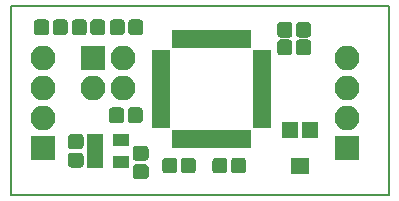
<source format=gts>
G04 #@! TF.GenerationSoftware,KiCad,Pcbnew,(5.0.0-dirty)*
G04 #@! TF.CreationDate,2020-09-03T12:08:13+09:00*
G04 #@! TF.ProjectId,fake-fan-mk2,66616B652D66616E2D6D6B322E6B6963,rev?*
G04 #@! TF.SameCoordinates,Original*
G04 #@! TF.FileFunction,Soldermask,Top*
G04 #@! TF.FilePolarity,Negative*
%FSLAX46Y46*%
G04 Gerber Fmt 4.6, Leading zero omitted, Abs format (unit mm)*
G04 Created by KiCad (PCBNEW (5.0.0-dirty)) date 09/03/20 12:08:13*
%MOMM*%
%LPD*%
G01*
G04 APERTURE LIST*
%ADD10C,0.200000*%
%ADD11C,0.100000*%
%ADD12C,1.275000*%
%ADD13R,1.400000X1.400000*%
%ADD14R,1.500000X1.400000*%
%ADD15R,1.000000X1.600000*%
%ADD16R,1.600000X1.000000*%
%ADD17O,2.100000X2.100000*%
%ADD18R,2.100000X2.100000*%
%ADD19R,1.460000X1.050000*%
G04 APERTURE END LIST*
D10*
X14000000Y-30000000D02*
X14000000Y-14000000D01*
X46000000Y-30000000D02*
X14000000Y-30000000D01*
X46000000Y-14000000D02*
X46000000Y-30000000D01*
X14000000Y-14000000D02*
X46000000Y-14000000D01*
D11*
G04 #@! TO.C,C3*
G36*
X25387493Y-25826535D02*
X25418435Y-25831125D01*
X25448778Y-25838725D01*
X25478230Y-25849263D01*
X25506508Y-25862638D01*
X25533338Y-25878719D01*
X25558463Y-25897353D01*
X25581640Y-25918360D01*
X25602647Y-25941537D01*
X25621281Y-25966662D01*
X25637362Y-25993492D01*
X25650737Y-26021770D01*
X25661275Y-26051222D01*
X25668875Y-26081565D01*
X25673465Y-26112507D01*
X25675000Y-26143750D01*
X25675000Y-26781250D01*
X25673465Y-26812493D01*
X25668875Y-26843435D01*
X25661275Y-26873778D01*
X25650737Y-26903230D01*
X25637362Y-26931508D01*
X25621281Y-26958338D01*
X25602647Y-26983463D01*
X25581640Y-27006640D01*
X25558463Y-27027647D01*
X25533338Y-27046281D01*
X25506508Y-27062362D01*
X25478230Y-27075737D01*
X25448778Y-27086275D01*
X25418435Y-27093875D01*
X25387493Y-27098465D01*
X25356250Y-27100000D01*
X24643750Y-27100000D01*
X24612507Y-27098465D01*
X24581565Y-27093875D01*
X24551222Y-27086275D01*
X24521770Y-27075737D01*
X24493492Y-27062362D01*
X24466662Y-27046281D01*
X24441537Y-27027647D01*
X24418360Y-27006640D01*
X24397353Y-26983463D01*
X24378719Y-26958338D01*
X24362638Y-26931508D01*
X24349263Y-26903230D01*
X24338725Y-26873778D01*
X24331125Y-26843435D01*
X24326535Y-26812493D01*
X24325000Y-26781250D01*
X24325000Y-26143750D01*
X24326535Y-26112507D01*
X24331125Y-26081565D01*
X24338725Y-26051222D01*
X24349263Y-26021770D01*
X24362638Y-25993492D01*
X24378719Y-25966662D01*
X24397353Y-25941537D01*
X24418360Y-25918360D01*
X24441537Y-25897353D01*
X24466662Y-25878719D01*
X24493492Y-25862638D01*
X24521770Y-25849263D01*
X24551222Y-25838725D01*
X24581565Y-25831125D01*
X24612507Y-25826535D01*
X24643750Y-25825000D01*
X25356250Y-25825000D01*
X25387493Y-25826535D01*
X25387493Y-25826535D01*
G37*
D12*
X25000000Y-26462500D03*
D11*
G36*
X25387493Y-27401535D02*
X25418435Y-27406125D01*
X25448778Y-27413725D01*
X25478230Y-27424263D01*
X25506508Y-27437638D01*
X25533338Y-27453719D01*
X25558463Y-27472353D01*
X25581640Y-27493360D01*
X25602647Y-27516537D01*
X25621281Y-27541662D01*
X25637362Y-27568492D01*
X25650737Y-27596770D01*
X25661275Y-27626222D01*
X25668875Y-27656565D01*
X25673465Y-27687507D01*
X25675000Y-27718750D01*
X25675000Y-28356250D01*
X25673465Y-28387493D01*
X25668875Y-28418435D01*
X25661275Y-28448778D01*
X25650737Y-28478230D01*
X25637362Y-28506508D01*
X25621281Y-28533338D01*
X25602647Y-28558463D01*
X25581640Y-28581640D01*
X25558463Y-28602647D01*
X25533338Y-28621281D01*
X25506508Y-28637362D01*
X25478230Y-28650737D01*
X25448778Y-28661275D01*
X25418435Y-28668875D01*
X25387493Y-28673465D01*
X25356250Y-28675000D01*
X24643750Y-28675000D01*
X24612507Y-28673465D01*
X24581565Y-28668875D01*
X24551222Y-28661275D01*
X24521770Y-28650737D01*
X24493492Y-28637362D01*
X24466662Y-28621281D01*
X24441537Y-28602647D01*
X24418360Y-28581640D01*
X24397353Y-28558463D01*
X24378719Y-28533338D01*
X24362638Y-28506508D01*
X24349263Y-28478230D01*
X24338725Y-28448778D01*
X24331125Y-28418435D01*
X24326535Y-28387493D01*
X24325000Y-28356250D01*
X24325000Y-27718750D01*
X24326535Y-27687507D01*
X24331125Y-27656565D01*
X24338725Y-27626222D01*
X24349263Y-27596770D01*
X24362638Y-27568492D01*
X24378719Y-27541662D01*
X24397353Y-27516537D01*
X24418360Y-27493360D01*
X24441537Y-27472353D01*
X24466662Y-27453719D01*
X24493492Y-27437638D01*
X24521770Y-27424263D01*
X24551222Y-27413725D01*
X24581565Y-27406125D01*
X24612507Y-27401535D01*
X24643750Y-27400000D01*
X25356250Y-27400000D01*
X25387493Y-27401535D01*
X25387493Y-27401535D01*
G37*
D12*
X25000000Y-28037500D03*
G04 #@! TD*
D11*
G04 #@! TO.C,C1*
G36*
X29387493Y-26826535D02*
X29418435Y-26831125D01*
X29448778Y-26838725D01*
X29478230Y-26849263D01*
X29506508Y-26862638D01*
X29533338Y-26878719D01*
X29558463Y-26897353D01*
X29581640Y-26918360D01*
X29602647Y-26941537D01*
X29621281Y-26966662D01*
X29637362Y-26993492D01*
X29650737Y-27021770D01*
X29661275Y-27051222D01*
X29668875Y-27081565D01*
X29673465Y-27112507D01*
X29675000Y-27143750D01*
X29675000Y-27856250D01*
X29673465Y-27887493D01*
X29668875Y-27918435D01*
X29661275Y-27948778D01*
X29650737Y-27978230D01*
X29637362Y-28006508D01*
X29621281Y-28033338D01*
X29602647Y-28058463D01*
X29581640Y-28081640D01*
X29558463Y-28102647D01*
X29533338Y-28121281D01*
X29506508Y-28137362D01*
X29478230Y-28150737D01*
X29448778Y-28161275D01*
X29418435Y-28168875D01*
X29387493Y-28173465D01*
X29356250Y-28175000D01*
X28718750Y-28175000D01*
X28687507Y-28173465D01*
X28656565Y-28168875D01*
X28626222Y-28161275D01*
X28596770Y-28150737D01*
X28568492Y-28137362D01*
X28541662Y-28121281D01*
X28516537Y-28102647D01*
X28493360Y-28081640D01*
X28472353Y-28058463D01*
X28453719Y-28033338D01*
X28437638Y-28006508D01*
X28424263Y-27978230D01*
X28413725Y-27948778D01*
X28406125Y-27918435D01*
X28401535Y-27887493D01*
X28400000Y-27856250D01*
X28400000Y-27143750D01*
X28401535Y-27112507D01*
X28406125Y-27081565D01*
X28413725Y-27051222D01*
X28424263Y-27021770D01*
X28437638Y-26993492D01*
X28453719Y-26966662D01*
X28472353Y-26941537D01*
X28493360Y-26918360D01*
X28516537Y-26897353D01*
X28541662Y-26878719D01*
X28568492Y-26862638D01*
X28596770Y-26849263D01*
X28626222Y-26838725D01*
X28656565Y-26831125D01*
X28687507Y-26826535D01*
X28718750Y-26825000D01*
X29356250Y-26825000D01*
X29387493Y-26826535D01*
X29387493Y-26826535D01*
G37*
D12*
X29037500Y-27500000D03*
D11*
G36*
X27812493Y-26826535D02*
X27843435Y-26831125D01*
X27873778Y-26838725D01*
X27903230Y-26849263D01*
X27931508Y-26862638D01*
X27958338Y-26878719D01*
X27983463Y-26897353D01*
X28006640Y-26918360D01*
X28027647Y-26941537D01*
X28046281Y-26966662D01*
X28062362Y-26993492D01*
X28075737Y-27021770D01*
X28086275Y-27051222D01*
X28093875Y-27081565D01*
X28098465Y-27112507D01*
X28100000Y-27143750D01*
X28100000Y-27856250D01*
X28098465Y-27887493D01*
X28093875Y-27918435D01*
X28086275Y-27948778D01*
X28075737Y-27978230D01*
X28062362Y-28006508D01*
X28046281Y-28033338D01*
X28027647Y-28058463D01*
X28006640Y-28081640D01*
X27983463Y-28102647D01*
X27958338Y-28121281D01*
X27931508Y-28137362D01*
X27903230Y-28150737D01*
X27873778Y-28161275D01*
X27843435Y-28168875D01*
X27812493Y-28173465D01*
X27781250Y-28175000D01*
X27143750Y-28175000D01*
X27112507Y-28173465D01*
X27081565Y-28168875D01*
X27051222Y-28161275D01*
X27021770Y-28150737D01*
X26993492Y-28137362D01*
X26966662Y-28121281D01*
X26941537Y-28102647D01*
X26918360Y-28081640D01*
X26897353Y-28058463D01*
X26878719Y-28033338D01*
X26862638Y-28006508D01*
X26849263Y-27978230D01*
X26838725Y-27948778D01*
X26831125Y-27918435D01*
X26826535Y-27887493D01*
X26825000Y-27856250D01*
X26825000Y-27143750D01*
X26826535Y-27112507D01*
X26831125Y-27081565D01*
X26838725Y-27051222D01*
X26849263Y-27021770D01*
X26862638Y-26993492D01*
X26878719Y-26966662D01*
X26897353Y-26941537D01*
X26918360Y-26918360D01*
X26941537Y-26897353D01*
X26966662Y-26878719D01*
X26993492Y-26862638D01*
X27021770Y-26849263D01*
X27051222Y-26838725D01*
X27081565Y-26831125D01*
X27112507Y-26826535D01*
X27143750Y-26825000D01*
X27781250Y-26825000D01*
X27812493Y-26826535D01*
X27812493Y-26826535D01*
G37*
D12*
X27462500Y-27500000D03*
G04 #@! TD*
D11*
G04 #@! TO.C,C2*
G36*
X33637493Y-26826535D02*
X33668435Y-26831125D01*
X33698778Y-26838725D01*
X33728230Y-26849263D01*
X33756508Y-26862638D01*
X33783338Y-26878719D01*
X33808463Y-26897353D01*
X33831640Y-26918360D01*
X33852647Y-26941537D01*
X33871281Y-26966662D01*
X33887362Y-26993492D01*
X33900737Y-27021770D01*
X33911275Y-27051222D01*
X33918875Y-27081565D01*
X33923465Y-27112507D01*
X33925000Y-27143750D01*
X33925000Y-27856250D01*
X33923465Y-27887493D01*
X33918875Y-27918435D01*
X33911275Y-27948778D01*
X33900737Y-27978230D01*
X33887362Y-28006508D01*
X33871281Y-28033338D01*
X33852647Y-28058463D01*
X33831640Y-28081640D01*
X33808463Y-28102647D01*
X33783338Y-28121281D01*
X33756508Y-28137362D01*
X33728230Y-28150737D01*
X33698778Y-28161275D01*
X33668435Y-28168875D01*
X33637493Y-28173465D01*
X33606250Y-28175000D01*
X32968750Y-28175000D01*
X32937507Y-28173465D01*
X32906565Y-28168875D01*
X32876222Y-28161275D01*
X32846770Y-28150737D01*
X32818492Y-28137362D01*
X32791662Y-28121281D01*
X32766537Y-28102647D01*
X32743360Y-28081640D01*
X32722353Y-28058463D01*
X32703719Y-28033338D01*
X32687638Y-28006508D01*
X32674263Y-27978230D01*
X32663725Y-27948778D01*
X32656125Y-27918435D01*
X32651535Y-27887493D01*
X32650000Y-27856250D01*
X32650000Y-27143750D01*
X32651535Y-27112507D01*
X32656125Y-27081565D01*
X32663725Y-27051222D01*
X32674263Y-27021770D01*
X32687638Y-26993492D01*
X32703719Y-26966662D01*
X32722353Y-26941537D01*
X32743360Y-26918360D01*
X32766537Y-26897353D01*
X32791662Y-26878719D01*
X32818492Y-26862638D01*
X32846770Y-26849263D01*
X32876222Y-26838725D01*
X32906565Y-26831125D01*
X32937507Y-26826535D01*
X32968750Y-26825000D01*
X33606250Y-26825000D01*
X33637493Y-26826535D01*
X33637493Y-26826535D01*
G37*
D12*
X33287500Y-27500000D03*
D11*
G36*
X32062493Y-26826535D02*
X32093435Y-26831125D01*
X32123778Y-26838725D01*
X32153230Y-26849263D01*
X32181508Y-26862638D01*
X32208338Y-26878719D01*
X32233463Y-26897353D01*
X32256640Y-26918360D01*
X32277647Y-26941537D01*
X32296281Y-26966662D01*
X32312362Y-26993492D01*
X32325737Y-27021770D01*
X32336275Y-27051222D01*
X32343875Y-27081565D01*
X32348465Y-27112507D01*
X32350000Y-27143750D01*
X32350000Y-27856250D01*
X32348465Y-27887493D01*
X32343875Y-27918435D01*
X32336275Y-27948778D01*
X32325737Y-27978230D01*
X32312362Y-28006508D01*
X32296281Y-28033338D01*
X32277647Y-28058463D01*
X32256640Y-28081640D01*
X32233463Y-28102647D01*
X32208338Y-28121281D01*
X32181508Y-28137362D01*
X32153230Y-28150737D01*
X32123778Y-28161275D01*
X32093435Y-28168875D01*
X32062493Y-28173465D01*
X32031250Y-28175000D01*
X31393750Y-28175000D01*
X31362507Y-28173465D01*
X31331565Y-28168875D01*
X31301222Y-28161275D01*
X31271770Y-28150737D01*
X31243492Y-28137362D01*
X31216662Y-28121281D01*
X31191537Y-28102647D01*
X31168360Y-28081640D01*
X31147353Y-28058463D01*
X31128719Y-28033338D01*
X31112638Y-28006508D01*
X31099263Y-27978230D01*
X31088725Y-27948778D01*
X31081125Y-27918435D01*
X31076535Y-27887493D01*
X31075000Y-27856250D01*
X31075000Y-27143750D01*
X31076535Y-27112507D01*
X31081125Y-27081565D01*
X31088725Y-27051222D01*
X31099263Y-27021770D01*
X31112638Y-26993492D01*
X31128719Y-26966662D01*
X31147353Y-26941537D01*
X31168360Y-26918360D01*
X31191537Y-26897353D01*
X31216662Y-26878719D01*
X31243492Y-26862638D01*
X31271770Y-26849263D01*
X31301222Y-26838725D01*
X31331565Y-26831125D01*
X31362507Y-26826535D01*
X31393750Y-26825000D01*
X32031250Y-26825000D01*
X32062493Y-26826535D01*
X32062493Y-26826535D01*
G37*
D12*
X31712500Y-27500000D03*
G04 #@! TD*
D11*
G04 #@! TO.C,C4*
G36*
X37562493Y-16826535D02*
X37593435Y-16831125D01*
X37623778Y-16838725D01*
X37653230Y-16849263D01*
X37681508Y-16862638D01*
X37708338Y-16878719D01*
X37733463Y-16897353D01*
X37756640Y-16918360D01*
X37777647Y-16941537D01*
X37796281Y-16966662D01*
X37812362Y-16993492D01*
X37825737Y-17021770D01*
X37836275Y-17051222D01*
X37843875Y-17081565D01*
X37848465Y-17112507D01*
X37850000Y-17143750D01*
X37850000Y-17856250D01*
X37848465Y-17887493D01*
X37843875Y-17918435D01*
X37836275Y-17948778D01*
X37825737Y-17978230D01*
X37812362Y-18006508D01*
X37796281Y-18033338D01*
X37777647Y-18058463D01*
X37756640Y-18081640D01*
X37733463Y-18102647D01*
X37708338Y-18121281D01*
X37681508Y-18137362D01*
X37653230Y-18150737D01*
X37623778Y-18161275D01*
X37593435Y-18168875D01*
X37562493Y-18173465D01*
X37531250Y-18175000D01*
X36893750Y-18175000D01*
X36862507Y-18173465D01*
X36831565Y-18168875D01*
X36801222Y-18161275D01*
X36771770Y-18150737D01*
X36743492Y-18137362D01*
X36716662Y-18121281D01*
X36691537Y-18102647D01*
X36668360Y-18081640D01*
X36647353Y-18058463D01*
X36628719Y-18033338D01*
X36612638Y-18006508D01*
X36599263Y-17978230D01*
X36588725Y-17948778D01*
X36581125Y-17918435D01*
X36576535Y-17887493D01*
X36575000Y-17856250D01*
X36575000Y-17143750D01*
X36576535Y-17112507D01*
X36581125Y-17081565D01*
X36588725Y-17051222D01*
X36599263Y-17021770D01*
X36612638Y-16993492D01*
X36628719Y-16966662D01*
X36647353Y-16941537D01*
X36668360Y-16918360D01*
X36691537Y-16897353D01*
X36716662Y-16878719D01*
X36743492Y-16862638D01*
X36771770Y-16849263D01*
X36801222Y-16838725D01*
X36831565Y-16831125D01*
X36862507Y-16826535D01*
X36893750Y-16825000D01*
X37531250Y-16825000D01*
X37562493Y-16826535D01*
X37562493Y-16826535D01*
G37*
D12*
X37212500Y-17500000D03*
D11*
G36*
X39137493Y-16826535D02*
X39168435Y-16831125D01*
X39198778Y-16838725D01*
X39228230Y-16849263D01*
X39256508Y-16862638D01*
X39283338Y-16878719D01*
X39308463Y-16897353D01*
X39331640Y-16918360D01*
X39352647Y-16941537D01*
X39371281Y-16966662D01*
X39387362Y-16993492D01*
X39400737Y-17021770D01*
X39411275Y-17051222D01*
X39418875Y-17081565D01*
X39423465Y-17112507D01*
X39425000Y-17143750D01*
X39425000Y-17856250D01*
X39423465Y-17887493D01*
X39418875Y-17918435D01*
X39411275Y-17948778D01*
X39400737Y-17978230D01*
X39387362Y-18006508D01*
X39371281Y-18033338D01*
X39352647Y-18058463D01*
X39331640Y-18081640D01*
X39308463Y-18102647D01*
X39283338Y-18121281D01*
X39256508Y-18137362D01*
X39228230Y-18150737D01*
X39198778Y-18161275D01*
X39168435Y-18168875D01*
X39137493Y-18173465D01*
X39106250Y-18175000D01*
X38468750Y-18175000D01*
X38437507Y-18173465D01*
X38406565Y-18168875D01*
X38376222Y-18161275D01*
X38346770Y-18150737D01*
X38318492Y-18137362D01*
X38291662Y-18121281D01*
X38266537Y-18102647D01*
X38243360Y-18081640D01*
X38222353Y-18058463D01*
X38203719Y-18033338D01*
X38187638Y-18006508D01*
X38174263Y-17978230D01*
X38163725Y-17948778D01*
X38156125Y-17918435D01*
X38151535Y-17887493D01*
X38150000Y-17856250D01*
X38150000Y-17143750D01*
X38151535Y-17112507D01*
X38156125Y-17081565D01*
X38163725Y-17051222D01*
X38174263Y-17021770D01*
X38187638Y-16993492D01*
X38203719Y-16966662D01*
X38222353Y-16941537D01*
X38243360Y-16918360D01*
X38266537Y-16897353D01*
X38291662Y-16878719D01*
X38318492Y-16862638D01*
X38346770Y-16849263D01*
X38376222Y-16838725D01*
X38406565Y-16831125D01*
X38437507Y-16826535D01*
X38468750Y-16825000D01*
X39106250Y-16825000D01*
X39137493Y-16826535D01*
X39137493Y-16826535D01*
G37*
D12*
X38787500Y-17500000D03*
G04 #@! TD*
D11*
G04 #@! TO.C,R1*
G36*
X23312493Y-22576535D02*
X23343435Y-22581125D01*
X23373778Y-22588725D01*
X23403230Y-22599263D01*
X23431508Y-22612638D01*
X23458338Y-22628719D01*
X23483463Y-22647353D01*
X23506640Y-22668360D01*
X23527647Y-22691537D01*
X23546281Y-22716662D01*
X23562362Y-22743492D01*
X23575737Y-22771770D01*
X23586275Y-22801222D01*
X23593875Y-22831565D01*
X23598465Y-22862507D01*
X23600000Y-22893750D01*
X23600000Y-23606250D01*
X23598465Y-23637493D01*
X23593875Y-23668435D01*
X23586275Y-23698778D01*
X23575737Y-23728230D01*
X23562362Y-23756508D01*
X23546281Y-23783338D01*
X23527647Y-23808463D01*
X23506640Y-23831640D01*
X23483463Y-23852647D01*
X23458338Y-23871281D01*
X23431508Y-23887362D01*
X23403230Y-23900737D01*
X23373778Y-23911275D01*
X23343435Y-23918875D01*
X23312493Y-23923465D01*
X23281250Y-23925000D01*
X22643750Y-23925000D01*
X22612507Y-23923465D01*
X22581565Y-23918875D01*
X22551222Y-23911275D01*
X22521770Y-23900737D01*
X22493492Y-23887362D01*
X22466662Y-23871281D01*
X22441537Y-23852647D01*
X22418360Y-23831640D01*
X22397353Y-23808463D01*
X22378719Y-23783338D01*
X22362638Y-23756508D01*
X22349263Y-23728230D01*
X22338725Y-23698778D01*
X22331125Y-23668435D01*
X22326535Y-23637493D01*
X22325000Y-23606250D01*
X22325000Y-22893750D01*
X22326535Y-22862507D01*
X22331125Y-22831565D01*
X22338725Y-22801222D01*
X22349263Y-22771770D01*
X22362638Y-22743492D01*
X22378719Y-22716662D01*
X22397353Y-22691537D01*
X22418360Y-22668360D01*
X22441537Y-22647353D01*
X22466662Y-22628719D01*
X22493492Y-22612638D01*
X22521770Y-22599263D01*
X22551222Y-22588725D01*
X22581565Y-22581125D01*
X22612507Y-22576535D01*
X22643750Y-22575000D01*
X23281250Y-22575000D01*
X23312493Y-22576535D01*
X23312493Y-22576535D01*
G37*
D12*
X22962500Y-23250000D03*
D11*
G36*
X24887493Y-22576535D02*
X24918435Y-22581125D01*
X24948778Y-22588725D01*
X24978230Y-22599263D01*
X25006508Y-22612638D01*
X25033338Y-22628719D01*
X25058463Y-22647353D01*
X25081640Y-22668360D01*
X25102647Y-22691537D01*
X25121281Y-22716662D01*
X25137362Y-22743492D01*
X25150737Y-22771770D01*
X25161275Y-22801222D01*
X25168875Y-22831565D01*
X25173465Y-22862507D01*
X25175000Y-22893750D01*
X25175000Y-23606250D01*
X25173465Y-23637493D01*
X25168875Y-23668435D01*
X25161275Y-23698778D01*
X25150737Y-23728230D01*
X25137362Y-23756508D01*
X25121281Y-23783338D01*
X25102647Y-23808463D01*
X25081640Y-23831640D01*
X25058463Y-23852647D01*
X25033338Y-23871281D01*
X25006508Y-23887362D01*
X24978230Y-23900737D01*
X24948778Y-23911275D01*
X24918435Y-23918875D01*
X24887493Y-23923465D01*
X24856250Y-23925000D01*
X24218750Y-23925000D01*
X24187507Y-23923465D01*
X24156565Y-23918875D01*
X24126222Y-23911275D01*
X24096770Y-23900737D01*
X24068492Y-23887362D01*
X24041662Y-23871281D01*
X24016537Y-23852647D01*
X23993360Y-23831640D01*
X23972353Y-23808463D01*
X23953719Y-23783338D01*
X23937638Y-23756508D01*
X23924263Y-23728230D01*
X23913725Y-23698778D01*
X23906125Y-23668435D01*
X23901535Y-23637493D01*
X23900000Y-23606250D01*
X23900000Y-22893750D01*
X23901535Y-22862507D01*
X23906125Y-22831565D01*
X23913725Y-22801222D01*
X23924263Y-22771770D01*
X23937638Y-22743492D01*
X23953719Y-22716662D01*
X23972353Y-22691537D01*
X23993360Y-22668360D01*
X24016537Y-22647353D01*
X24041662Y-22628719D01*
X24068492Y-22612638D01*
X24096770Y-22599263D01*
X24126222Y-22588725D01*
X24156565Y-22581125D01*
X24187507Y-22576535D01*
X24218750Y-22575000D01*
X24856250Y-22575000D01*
X24887493Y-22576535D01*
X24887493Y-22576535D01*
G37*
D12*
X24537500Y-23250000D03*
G04 #@! TD*
D13*
G04 #@! TO.C,RV1*
X37650000Y-24500000D03*
X39350000Y-24500000D03*
D14*
X38500000Y-27500000D03*
G04 #@! TD*
D15*
G04 #@! TO.C,U2*
X28200000Y-25250000D03*
X29000000Y-25250000D03*
X29800000Y-25250000D03*
X30600000Y-25250000D03*
X31400000Y-25250000D03*
X32200000Y-25250000D03*
X33000000Y-25250000D03*
X33800000Y-25250000D03*
D16*
X35250000Y-23800000D03*
X35250000Y-23000000D03*
X35250000Y-22200000D03*
X35250000Y-21400000D03*
X35250000Y-20600000D03*
X35250000Y-19800000D03*
X35250000Y-19000000D03*
X35250000Y-18200000D03*
D15*
X33800000Y-16750000D03*
X33000000Y-16750000D03*
X32200000Y-16750000D03*
X31400000Y-16750000D03*
X30600000Y-16750000D03*
X29800000Y-16750000D03*
X29000000Y-16750000D03*
X28200000Y-16750000D03*
D16*
X26750000Y-18200000D03*
X26750000Y-19000000D03*
X26750000Y-19800000D03*
X26750000Y-20600000D03*
X26750000Y-21400000D03*
X26750000Y-22200000D03*
X26750000Y-23000000D03*
X26750000Y-23800000D03*
G04 #@! TD*
D17*
G04 #@! TO.C,J1*
X16750000Y-18380000D03*
X16750000Y-20920000D03*
X16750000Y-23460000D03*
D18*
X16750000Y-26000000D03*
G04 #@! TD*
G04 #@! TO.C,J2*
X42500000Y-26000000D03*
D17*
X42500000Y-23460000D03*
X42500000Y-20920000D03*
X42500000Y-18380000D03*
G04 #@! TD*
D18*
G04 #@! TO.C,J3*
X21000000Y-18400000D03*
D17*
X23540000Y-18400000D03*
X21000000Y-20940000D03*
X23540000Y-20940000D03*
G04 #@! TD*
D19*
G04 #@! TO.C,U1*
X21150000Y-25300000D03*
X21150000Y-26250000D03*
X21150000Y-27200000D03*
X23350000Y-27200000D03*
X23350000Y-25300000D03*
G04 #@! TD*
D11*
G04 #@! TO.C,C5*
G36*
X19887493Y-26401535D02*
X19918435Y-26406125D01*
X19948778Y-26413725D01*
X19978230Y-26424263D01*
X20006508Y-26437638D01*
X20033338Y-26453719D01*
X20058463Y-26472353D01*
X20081640Y-26493360D01*
X20102647Y-26516537D01*
X20121281Y-26541662D01*
X20137362Y-26568492D01*
X20150737Y-26596770D01*
X20161275Y-26626222D01*
X20168875Y-26656565D01*
X20173465Y-26687507D01*
X20175000Y-26718750D01*
X20175000Y-27356250D01*
X20173465Y-27387493D01*
X20168875Y-27418435D01*
X20161275Y-27448778D01*
X20150737Y-27478230D01*
X20137362Y-27506508D01*
X20121281Y-27533338D01*
X20102647Y-27558463D01*
X20081640Y-27581640D01*
X20058463Y-27602647D01*
X20033338Y-27621281D01*
X20006508Y-27637362D01*
X19978230Y-27650737D01*
X19948778Y-27661275D01*
X19918435Y-27668875D01*
X19887493Y-27673465D01*
X19856250Y-27675000D01*
X19143750Y-27675000D01*
X19112507Y-27673465D01*
X19081565Y-27668875D01*
X19051222Y-27661275D01*
X19021770Y-27650737D01*
X18993492Y-27637362D01*
X18966662Y-27621281D01*
X18941537Y-27602647D01*
X18918360Y-27581640D01*
X18897353Y-27558463D01*
X18878719Y-27533338D01*
X18862638Y-27506508D01*
X18849263Y-27478230D01*
X18838725Y-27448778D01*
X18831125Y-27418435D01*
X18826535Y-27387493D01*
X18825000Y-27356250D01*
X18825000Y-26718750D01*
X18826535Y-26687507D01*
X18831125Y-26656565D01*
X18838725Y-26626222D01*
X18849263Y-26596770D01*
X18862638Y-26568492D01*
X18878719Y-26541662D01*
X18897353Y-26516537D01*
X18918360Y-26493360D01*
X18941537Y-26472353D01*
X18966662Y-26453719D01*
X18993492Y-26437638D01*
X19021770Y-26424263D01*
X19051222Y-26413725D01*
X19081565Y-26406125D01*
X19112507Y-26401535D01*
X19143750Y-26400000D01*
X19856250Y-26400000D01*
X19887493Y-26401535D01*
X19887493Y-26401535D01*
G37*
D12*
X19500000Y-27037500D03*
D11*
G36*
X19887493Y-24826535D02*
X19918435Y-24831125D01*
X19948778Y-24838725D01*
X19978230Y-24849263D01*
X20006508Y-24862638D01*
X20033338Y-24878719D01*
X20058463Y-24897353D01*
X20081640Y-24918360D01*
X20102647Y-24941537D01*
X20121281Y-24966662D01*
X20137362Y-24993492D01*
X20150737Y-25021770D01*
X20161275Y-25051222D01*
X20168875Y-25081565D01*
X20173465Y-25112507D01*
X20175000Y-25143750D01*
X20175000Y-25781250D01*
X20173465Y-25812493D01*
X20168875Y-25843435D01*
X20161275Y-25873778D01*
X20150737Y-25903230D01*
X20137362Y-25931508D01*
X20121281Y-25958338D01*
X20102647Y-25983463D01*
X20081640Y-26006640D01*
X20058463Y-26027647D01*
X20033338Y-26046281D01*
X20006508Y-26062362D01*
X19978230Y-26075737D01*
X19948778Y-26086275D01*
X19918435Y-26093875D01*
X19887493Y-26098465D01*
X19856250Y-26100000D01*
X19143750Y-26100000D01*
X19112507Y-26098465D01*
X19081565Y-26093875D01*
X19051222Y-26086275D01*
X19021770Y-26075737D01*
X18993492Y-26062362D01*
X18966662Y-26046281D01*
X18941537Y-26027647D01*
X18918360Y-26006640D01*
X18897353Y-25983463D01*
X18878719Y-25958338D01*
X18862638Y-25931508D01*
X18849263Y-25903230D01*
X18838725Y-25873778D01*
X18831125Y-25843435D01*
X18826535Y-25812493D01*
X18825000Y-25781250D01*
X18825000Y-25143750D01*
X18826535Y-25112507D01*
X18831125Y-25081565D01*
X18838725Y-25051222D01*
X18849263Y-25021770D01*
X18862638Y-24993492D01*
X18878719Y-24966662D01*
X18897353Y-24941537D01*
X18918360Y-24918360D01*
X18941537Y-24897353D01*
X18966662Y-24878719D01*
X18993492Y-24862638D01*
X19021770Y-24849263D01*
X19051222Y-24838725D01*
X19081565Y-24831125D01*
X19112507Y-24826535D01*
X19143750Y-24825000D01*
X19856250Y-24825000D01*
X19887493Y-24826535D01*
X19887493Y-24826535D01*
G37*
D12*
X19500000Y-25462500D03*
G04 #@! TD*
D11*
G04 #@! TO.C,C6*
G36*
X24937493Y-15126535D02*
X24968435Y-15131125D01*
X24998778Y-15138725D01*
X25028230Y-15149263D01*
X25056508Y-15162638D01*
X25083338Y-15178719D01*
X25108463Y-15197353D01*
X25131640Y-15218360D01*
X25152647Y-15241537D01*
X25171281Y-15266662D01*
X25187362Y-15293492D01*
X25200737Y-15321770D01*
X25211275Y-15351222D01*
X25218875Y-15381565D01*
X25223465Y-15412507D01*
X25225000Y-15443750D01*
X25225000Y-16156250D01*
X25223465Y-16187493D01*
X25218875Y-16218435D01*
X25211275Y-16248778D01*
X25200737Y-16278230D01*
X25187362Y-16306508D01*
X25171281Y-16333338D01*
X25152647Y-16358463D01*
X25131640Y-16381640D01*
X25108463Y-16402647D01*
X25083338Y-16421281D01*
X25056508Y-16437362D01*
X25028230Y-16450737D01*
X24998778Y-16461275D01*
X24968435Y-16468875D01*
X24937493Y-16473465D01*
X24906250Y-16475000D01*
X24268750Y-16475000D01*
X24237507Y-16473465D01*
X24206565Y-16468875D01*
X24176222Y-16461275D01*
X24146770Y-16450737D01*
X24118492Y-16437362D01*
X24091662Y-16421281D01*
X24066537Y-16402647D01*
X24043360Y-16381640D01*
X24022353Y-16358463D01*
X24003719Y-16333338D01*
X23987638Y-16306508D01*
X23974263Y-16278230D01*
X23963725Y-16248778D01*
X23956125Y-16218435D01*
X23951535Y-16187493D01*
X23950000Y-16156250D01*
X23950000Y-15443750D01*
X23951535Y-15412507D01*
X23956125Y-15381565D01*
X23963725Y-15351222D01*
X23974263Y-15321770D01*
X23987638Y-15293492D01*
X24003719Y-15266662D01*
X24022353Y-15241537D01*
X24043360Y-15218360D01*
X24066537Y-15197353D01*
X24091662Y-15178719D01*
X24118492Y-15162638D01*
X24146770Y-15149263D01*
X24176222Y-15138725D01*
X24206565Y-15131125D01*
X24237507Y-15126535D01*
X24268750Y-15125000D01*
X24906250Y-15125000D01*
X24937493Y-15126535D01*
X24937493Y-15126535D01*
G37*
D12*
X24587500Y-15800000D03*
D11*
G36*
X23362493Y-15126535D02*
X23393435Y-15131125D01*
X23423778Y-15138725D01*
X23453230Y-15149263D01*
X23481508Y-15162638D01*
X23508338Y-15178719D01*
X23533463Y-15197353D01*
X23556640Y-15218360D01*
X23577647Y-15241537D01*
X23596281Y-15266662D01*
X23612362Y-15293492D01*
X23625737Y-15321770D01*
X23636275Y-15351222D01*
X23643875Y-15381565D01*
X23648465Y-15412507D01*
X23650000Y-15443750D01*
X23650000Y-16156250D01*
X23648465Y-16187493D01*
X23643875Y-16218435D01*
X23636275Y-16248778D01*
X23625737Y-16278230D01*
X23612362Y-16306508D01*
X23596281Y-16333338D01*
X23577647Y-16358463D01*
X23556640Y-16381640D01*
X23533463Y-16402647D01*
X23508338Y-16421281D01*
X23481508Y-16437362D01*
X23453230Y-16450737D01*
X23423778Y-16461275D01*
X23393435Y-16468875D01*
X23362493Y-16473465D01*
X23331250Y-16475000D01*
X22693750Y-16475000D01*
X22662507Y-16473465D01*
X22631565Y-16468875D01*
X22601222Y-16461275D01*
X22571770Y-16450737D01*
X22543492Y-16437362D01*
X22516662Y-16421281D01*
X22491537Y-16402647D01*
X22468360Y-16381640D01*
X22447353Y-16358463D01*
X22428719Y-16333338D01*
X22412638Y-16306508D01*
X22399263Y-16278230D01*
X22388725Y-16248778D01*
X22381125Y-16218435D01*
X22376535Y-16187493D01*
X22375000Y-16156250D01*
X22375000Y-15443750D01*
X22376535Y-15412507D01*
X22381125Y-15381565D01*
X22388725Y-15351222D01*
X22399263Y-15321770D01*
X22412638Y-15293492D01*
X22428719Y-15266662D01*
X22447353Y-15241537D01*
X22468360Y-15218360D01*
X22491537Y-15197353D01*
X22516662Y-15178719D01*
X22543492Y-15162638D01*
X22571770Y-15149263D01*
X22601222Y-15138725D01*
X22631565Y-15131125D01*
X22662507Y-15126535D01*
X22693750Y-15125000D01*
X23331250Y-15125000D01*
X23362493Y-15126535D01*
X23362493Y-15126535D01*
G37*
D12*
X23012500Y-15800000D03*
G04 #@! TD*
D11*
G04 #@! TO.C,R2*
G36*
X18537493Y-15126535D02*
X18568435Y-15131125D01*
X18598778Y-15138725D01*
X18628230Y-15149263D01*
X18656508Y-15162638D01*
X18683338Y-15178719D01*
X18708463Y-15197353D01*
X18731640Y-15218360D01*
X18752647Y-15241537D01*
X18771281Y-15266662D01*
X18787362Y-15293492D01*
X18800737Y-15321770D01*
X18811275Y-15351222D01*
X18818875Y-15381565D01*
X18823465Y-15412507D01*
X18825000Y-15443750D01*
X18825000Y-16156250D01*
X18823465Y-16187493D01*
X18818875Y-16218435D01*
X18811275Y-16248778D01*
X18800737Y-16278230D01*
X18787362Y-16306508D01*
X18771281Y-16333338D01*
X18752647Y-16358463D01*
X18731640Y-16381640D01*
X18708463Y-16402647D01*
X18683338Y-16421281D01*
X18656508Y-16437362D01*
X18628230Y-16450737D01*
X18598778Y-16461275D01*
X18568435Y-16468875D01*
X18537493Y-16473465D01*
X18506250Y-16475000D01*
X17868750Y-16475000D01*
X17837507Y-16473465D01*
X17806565Y-16468875D01*
X17776222Y-16461275D01*
X17746770Y-16450737D01*
X17718492Y-16437362D01*
X17691662Y-16421281D01*
X17666537Y-16402647D01*
X17643360Y-16381640D01*
X17622353Y-16358463D01*
X17603719Y-16333338D01*
X17587638Y-16306508D01*
X17574263Y-16278230D01*
X17563725Y-16248778D01*
X17556125Y-16218435D01*
X17551535Y-16187493D01*
X17550000Y-16156250D01*
X17550000Y-15443750D01*
X17551535Y-15412507D01*
X17556125Y-15381565D01*
X17563725Y-15351222D01*
X17574263Y-15321770D01*
X17587638Y-15293492D01*
X17603719Y-15266662D01*
X17622353Y-15241537D01*
X17643360Y-15218360D01*
X17666537Y-15197353D01*
X17691662Y-15178719D01*
X17718492Y-15162638D01*
X17746770Y-15149263D01*
X17776222Y-15138725D01*
X17806565Y-15131125D01*
X17837507Y-15126535D01*
X17868750Y-15125000D01*
X18506250Y-15125000D01*
X18537493Y-15126535D01*
X18537493Y-15126535D01*
G37*
D12*
X18187500Y-15800000D03*
D11*
G36*
X16962493Y-15126535D02*
X16993435Y-15131125D01*
X17023778Y-15138725D01*
X17053230Y-15149263D01*
X17081508Y-15162638D01*
X17108338Y-15178719D01*
X17133463Y-15197353D01*
X17156640Y-15218360D01*
X17177647Y-15241537D01*
X17196281Y-15266662D01*
X17212362Y-15293492D01*
X17225737Y-15321770D01*
X17236275Y-15351222D01*
X17243875Y-15381565D01*
X17248465Y-15412507D01*
X17250000Y-15443750D01*
X17250000Y-16156250D01*
X17248465Y-16187493D01*
X17243875Y-16218435D01*
X17236275Y-16248778D01*
X17225737Y-16278230D01*
X17212362Y-16306508D01*
X17196281Y-16333338D01*
X17177647Y-16358463D01*
X17156640Y-16381640D01*
X17133463Y-16402647D01*
X17108338Y-16421281D01*
X17081508Y-16437362D01*
X17053230Y-16450737D01*
X17023778Y-16461275D01*
X16993435Y-16468875D01*
X16962493Y-16473465D01*
X16931250Y-16475000D01*
X16293750Y-16475000D01*
X16262507Y-16473465D01*
X16231565Y-16468875D01*
X16201222Y-16461275D01*
X16171770Y-16450737D01*
X16143492Y-16437362D01*
X16116662Y-16421281D01*
X16091537Y-16402647D01*
X16068360Y-16381640D01*
X16047353Y-16358463D01*
X16028719Y-16333338D01*
X16012638Y-16306508D01*
X15999263Y-16278230D01*
X15988725Y-16248778D01*
X15981125Y-16218435D01*
X15976535Y-16187493D01*
X15975000Y-16156250D01*
X15975000Y-15443750D01*
X15976535Y-15412507D01*
X15981125Y-15381565D01*
X15988725Y-15351222D01*
X15999263Y-15321770D01*
X16012638Y-15293492D01*
X16028719Y-15266662D01*
X16047353Y-15241537D01*
X16068360Y-15218360D01*
X16091537Y-15197353D01*
X16116662Y-15178719D01*
X16143492Y-15162638D01*
X16171770Y-15149263D01*
X16201222Y-15138725D01*
X16231565Y-15131125D01*
X16262507Y-15126535D01*
X16293750Y-15125000D01*
X16931250Y-15125000D01*
X16962493Y-15126535D01*
X16962493Y-15126535D01*
G37*
D12*
X16612500Y-15800000D03*
G04 #@! TD*
D11*
G04 #@! TO.C,R3*
G36*
X20162493Y-15126535D02*
X20193435Y-15131125D01*
X20223778Y-15138725D01*
X20253230Y-15149263D01*
X20281508Y-15162638D01*
X20308338Y-15178719D01*
X20333463Y-15197353D01*
X20356640Y-15218360D01*
X20377647Y-15241537D01*
X20396281Y-15266662D01*
X20412362Y-15293492D01*
X20425737Y-15321770D01*
X20436275Y-15351222D01*
X20443875Y-15381565D01*
X20448465Y-15412507D01*
X20450000Y-15443750D01*
X20450000Y-16156250D01*
X20448465Y-16187493D01*
X20443875Y-16218435D01*
X20436275Y-16248778D01*
X20425737Y-16278230D01*
X20412362Y-16306508D01*
X20396281Y-16333338D01*
X20377647Y-16358463D01*
X20356640Y-16381640D01*
X20333463Y-16402647D01*
X20308338Y-16421281D01*
X20281508Y-16437362D01*
X20253230Y-16450737D01*
X20223778Y-16461275D01*
X20193435Y-16468875D01*
X20162493Y-16473465D01*
X20131250Y-16475000D01*
X19493750Y-16475000D01*
X19462507Y-16473465D01*
X19431565Y-16468875D01*
X19401222Y-16461275D01*
X19371770Y-16450737D01*
X19343492Y-16437362D01*
X19316662Y-16421281D01*
X19291537Y-16402647D01*
X19268360Y-16381640D01*
X19247353Y-16358463D01*
X19228719Y-16333338D01*
X19212638Y-16306508D01*
X19199263Y-16278230D01*
X19188725Y-16248778D01*
X19181125Y-16218435D01*
X19176535Y-16187493D01*
X19175000Y-16156250D01*
X19175000Y-15443750D01*
X19176535Y-15412507D01*
X19181125Y-15381565D01*
X19188725Y-15351222D01*
X19199263Y-15321770D01*
X19212638Y-15293492D01*
X19228719Y-15266662D01*
X19247353Y-15241537D01*
X19268360Y-15218360D01*
X19291537Y-15197353D01*
X19316662Y-15178719D01*
X19343492Y-15162638D01*
X19371770Y-15149263D01*
X19401222Y-15138725D01*
X19431565Y-15131125D01*
X19462507Y-15126535D01*
X19493750Y-15125000D01*
X20131250Y-15125000D01*
X20162493Y-15126535D01*
X20162493Y-15126535D01*
G37*
D12*
X19812500Y-15800000D03*
D11*
G36*
X21737493Y-15126535D02*
X21768435Y-15131125D01*
X21798778Y-15138725D01*
X21828230Y-15149263D01*
X21856508Y-15162638D01*
X21883338Y-15178719D01*
X21908463Y-15197353D01*
X21931640Y-15218360D01*
X21952647Y-15241537D01*
X21971281Y-15266662D01*
X21987362Y-15293492D01*
X22000737Y-15321770D01*
X22011275Y-15351222D01*
X22018875Y-15381565D01*
X22023465Y-15412507D01*
X22025000Y-15443750D01*
X22025000Y-16156250D01*
X22023465Y-16187493D01*
X22018875Y-16218435D01*
X22011275Y-16248778D01*
X22000737Y-16278230D01*
X21987362Y-16306508D01*
X21971281Y-16333338D01*
X21952647Y-16358463D01*
X21931640Y-16381640D01*
X21908463Y-16402647D01*
X21883338Y-16421281D01*
X21856508Y-16437362D01*
X21828230Y-16450737D01*
X21798778Y-16461275D01*
X21768435Y-16468875D01*
X21737493Y-16473465D01*
X21706250Y-16475000D01*
X21068750Y-16475000D01*
X21037507Y-16473465D01*
X21006565Y-16468875D01*
X20976222Y-16461275D01*
X20946770Y-16450737D01*
X20918492Y-16437362D01*
X20891662Y-16421281D01*
X20866537Y-16402647D01*
X20843360Y-16381640D01*
X20822353Y-16358463D01*
X20803719Y-16333338D01*
X20787638Y-16306508D01*
X20774263Y-16278230D01*
X20763725Y-16248778D01*
X20756125Y-16218435D01*
X20751535Y-16187493D01*
X20750000Y-16156250D01*
X20750000Y-15443750D01*
X20751535Y-15412507D01*
X20756125Y-15381565D01*
X20763725Y-15351222D01*
X20774263Y-15321770D01*
X20787638Y-15293492D01*
X20803719Y-15266662D01*
X20822353Y-15241537D01*
X20843360Y-15218360D01*
X20866537Y-15197353D01*
X20891662Y-15178719D01*
X20918492Y-15162638D01*
X20946770Y-15149263D01*
X20976222Y-15138725D01*
X21006565Y-15131125D01*
X21037507Y-15126535D01*
X21068750Y-15125000D01*
X21706250Y-15125000D01*
X21737493Y-15126535D01*
X21737493Y-15126535D01*
G37*
D12*
X21387500Y-15800000D03*
G04 #@! TD*
D11*
G04 #@! TO.C,R4*
G36*
X39137493Y-15326535D02*
X39168435Y-15331125D01*
X39198778Y-15338725D01*
X39228230Y-15349263D01*
X39256508Y-15362638D01*
X39283338Y-15378719D01*
X39308463Y-15397353D01*
X39331640Y-15418360D01*
X39352647Y-15441537D01*
X39371281Y-15466662D01*
X39387362Y-15493492D01*
X39400737Y-15521770D01*
X39411275Y-15551222D01*
X39418875Y-15581565D01*
X39423465Y-15612507D01*
X39425000Y-15643750D01*
X39425000Y-16356250D01*
X39423465Y-16387493D01*
X39418875Y-16418435D01*
X39411275Y-16448778D01*
X39400737Y-16478230D01*
X39387362Y-16506508D01*
X39371281Y-16533338D01*
X39352647Y-16558463D01*
X39331640Y-16581640D01*
X39308463Y-16602647D01*
X39283338Y-16621281D01*
X39256508Y-16637362D01*
X39228230Y-16650737D01*
X39198778Y-16661275D01*
X39168435Y-16668875D01*
X39137493Y-16673465D01*
X39106250Y-16675000D01*
X38468750Y-16675000D01*
X38437507Y-16673465D01*
X38406565Y-16668875D01*
X38376222Y-16661275D01*
X38346770Y-16650737D01*
X38318492Y-16637362D01*
X38291662Y-16621281D01*
X38266537Y-16602647D01*
X38243360Y-16581640D01*
X38222353Y-16558463D01*
X38203719Y-16533338D01*
X38187638Y-16506508D01*
X38174263Y-16478230D01*
X38163725Y-16448778D01*
X38156125Y-16418435D01*
X38151535Y-16387493D01*
X38150000Y-16356250D01*
X38150000Y-15643750D01*
X38151535Y-15612507D01*
X38156125Y-15581565D01*
X38163725Y-15551222D01*
X38174263Y-15521770D01*
X38187638Y-15493492D01*
X38203719Y-15466662D01*
X38222353Y-15441537D01*
X38243360Y-15418360D01*
X38266537Y-15397353D01*
X38291662Y-15378719D01*
X38318492Y-15362638D01*
X38346770Y-15349263D01*
X38376222Y-15338725D01*
X38406565Y-15331125D01*
X38437507Y-15326535D01*
X38468750Y-15325000D01*
X39106250Y-15325000D01*
X39137493Y-15326535D01*
X39137493Y-15326535D01*
G37*
D12*
X38787500Y-16000000D03*
D11*
G36*
X37562493Y-15326535D02*
X37593435Y-15331125D01*
X37623778Y-15338725D01*
X37653230Y-15349263D01*
X37681508Y-15362638D01*
X37708338Y-15378719D01*
X37733463Y-15397353D01*
X37756640Y-15418360D01*
X37777647Y-15441537D01*
X37796281Y-15466662D01*
X37812362Y-15493492D01*
X37825737Y-15521770D01*
X37836275Y-15551222D01*
X37843875Y-15581565D01*
X37848465Y-15612507D01*
X37850000Y-15643750D01*
X37850000Y-16356250D01*
X37848465Y-16387493D01*
X37843875Y-16418435D01*
X37836275Y-16448778D01*
X37825737Y-16478230D01*
X37812362Y-16506508D01*
X37796281Y-16533338D01*
X37777647Y-16558463D01*
X37756640Y-16581640D01*
X37733463Y-16602647D01*
X37708338Y-16621281D01*
X37681508Y-16637362D01*
X37653230Y-16650737D01*
X37623778Y-16661275D01*
X37593435Y-16668875D01*
X37562493Y-16673465D01*
X37531250Y-16675000D01*
X36893750Y-16675000D01*
X36862507Y-16673465D01*
X36831565Y-16668875D01*
X36801222Y-16661275D01*
X36771770Y-16650737D01*
X36743492Y-16637362D01*
X36716662Y-16621281D01*
X36691537Y-16602647D01*
X36668360Y-16581640D01*
X36647353Y-16558463D01*
X36628719Y-16533338D01*
X36612638Y-16506508D01*
X36599263Y-16478230D01*
X36588725Y-16448778D01*
X36581125Y-16418435D01*
X36576535Y-16387493D01*
X36575000Y-16356250D01*
X36575000Y-15643750D01*
X36576535Y-15612507D01*
X36581125Y-15581565D01*
X36588725Y-15551222D01*
X36599263Y-15521770D01*
X36612638Y-15493492D01*
X36628719Y-15466662D01*
X36647353Y-15441537D01*
X36668360Y-15418360D01*
X36691537Y-15397353D01*
X36716662Y-15378719D01*
X36743492Y-15362638D01*
X36771770Y-15349263D01*
X36801222Y-15338725D01*
X36831565Y-15331125D01*
X36862507Y-15326535D01*
X36893750Y-15325000D01*
X37531250Y-15325000D01*
X37562493Y-15326535D01*
X37562493Y-15326535D01*
G37*
D12*
X37212500Y-16000000D03*
G04 #@! TD*
M02*

</source>
